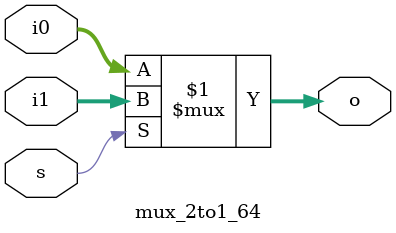
<source format=v>
module mux_2to1_64(o, s, i0, i1);
	input s;
	input [63:0] i0, i1;
	output [63:0] o;
	
	assign o = s ? i1 : i0;
endmodule

</source>
